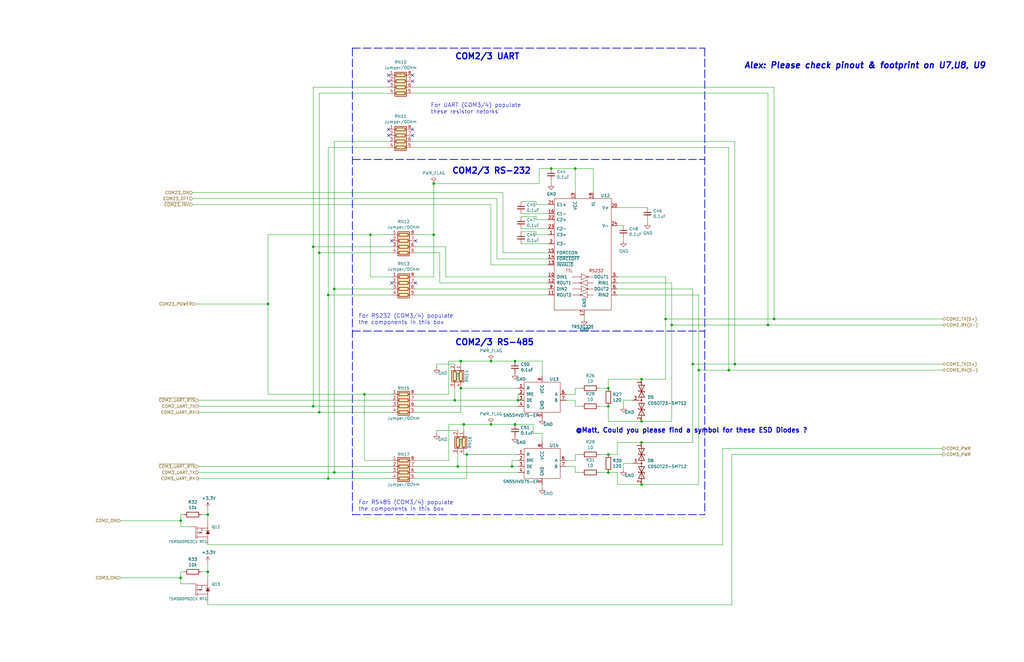
<source format=kicad_sch>
(kicad_sch (version 20211123) (generator eeschema)
  (paper "B")
  (title_block (title "LCP Controller ") (date "2022-12-19") (rev "0.3") (company "NOAA Pacific Marine Environmental Laboratory") (comment 3 "Current design modified by: Basharat Basharat") (comment 4 "Current design by: Matt Casari") (comment 5 "Current design modified by: Basharat Martin"))
  (lib_symbols
    (symbol "Device:C_Small" (pin_numbers hide) (pin_names (offset 0.254) hide)
      (property "Reference" "C" (at 0.254 1.778 0))
      (property "Value" "C_Small" (at 0.254 -2.032 0))
      (symbol "C_Small_0_1"
        (polyline (pts (xy -1.524 -0.508) (xy 1.524 -0.508)) (stroke (width 0.3302)))
        (polyline (pts (xy -1.524 0.508) (xy 1.524 0.508)) (stroke (width 0.3048)))
      )
      (symbol "C_Small_1_1"
        (pin passive line (at 0 2.54 270) (length 2.032) (name "~") (number "1"))
        (pin passive line (at 0 -2.54 90) (length 2.032) (name "~") (number "2"))
      )
    )
    (symbol "Device:D_TVS_Dual_AAC" (pin_names (offset 1.016) hide)
      (property "Reference" "D" (at 0 4.445 0))
      (property "Value" "D_TVS_Dual_AAC" (at 0 2.54 0))
      (symbol "D_TVS_Dual_AAC_0_0"
        (polyline (pts (xy 0 -1.27) (xy 0 0)))
      )
      (symbol "D_TVS_Dual_AAC_0_1"
        (polyline (pts (xy -6.35 0) (xy 6.35 0)))
        (polyline (pts (xy -3.302 1.27) (xy -3.81 1.27) (xy -3.81 -1.27) (xy -4.318 -1.27)) (stroke (width 0.254)))
        (polyline (pts (xy 4.318 1.27) (xy 3.81 1.27) (xy 3.81 -1.27) (xy 3.302 -1.27)) (stroke (width 0.254)))
        (polyline (pts (xy -6.35 1.27) (xy -1.27 -1.27) (xy -1.27 1.27) (xy -6.35 -1.27) (xy -6.35 1.27)) (stroke (width 0.254)))
        (polyline (pts (xy 6.35 1.27) (xy 1.27 -1.27) (xy 1.27 1.27) (xy 6.35 -1.27) (xy 6.35 1.27)) (stroke (width 0.254)))
        (circle (center 0 0) (radius 0.254) (fill (type outline)))
      )
      (symbol "D_TVS_Dual_AAC_1_1"
        (pin passive line (at -8.89 0 0) (length 2.54) (name "A1") (number "1"))
        (pin passive line (at 8.89 0 180) (length 2.54) (name "A2") (number "2"))
        (pin input line (at 0 -3.81 90) (length 2.54) (name "common") (number "3"))
      )
    )
    (symbol "Device:R" (pin_numbers hide) (pin_names (offset 0))
      (property "Reference" "R" (at 2.032 0 90))
      (property "Value" "R" (at 0 0 90))
      (symbol "R_0_1"
        (rectangle (start -1.016 -2.54) (end 1.016 2.54) (stroke (width 0.254)))
      )
      (symbol "R_1_1"
        (pin passive line (at 0 3.81 270) (length 1.27) (name "~") (number "1"))
        (pin passive line (at 0 -3.81 90) (length 1.27) (name "~") (number "2"))
      )
    )
    (symbol "Device:R_Pack02" (pin_names (offset 0) hide)
      (property "Reference" "RN" (at -5.08 0 90))
      (property "Value" "R_Pack02" (at 2.54 0 90))
      (symbol "R_Pack02_0_1"
        (rectangle (start -3.81 -2.413) (end 1.27 2.413) (stroke (width 0.254)) (fill (type background)))
        (rectangle (start -3.175 1.905) (end -1.905 -1.905) (stroke (width 0.254)))
        (rectangle (start -0.635 1.905) (end 0.635 -1.905) (stroke (width 0.254)))
        (polyline (pts (xy -2.54 -2.54) (xy -2.54 -1.905)))
        (polyline (pts (xy -2.54 1.905) (xy -2.54 2.54)))
        (polyline (pts (xy 0 -2.54) (xy 0 -1.905)))
        (polyline (pts (xy 0 1.905) (xy 0 2.54)))
      )
      (symbol "R_Pack02_1_1"
        (pin passive line (at -2.54 -5.08 90) (length 2.54) (name "R1.1") (number "1"))
        (pin passive line (at 0 -5.08 90) (length 2.54) (name "R2.1") (number "2"))
        (pin passive line (at 0 5.08 270) (length 2.54) (name "R2.2") (number "3"))
        (pin passive line (at -2.54 5.08 270) (length 2.54) (name "R1.2") (number "4"))
      )
    )
    (symbol "Device:R_Pack04" (pin_names (offset 0) hide)
      (property "Reference" "RN" (at -7.62 0 90))
      (property "Value" "R_Pack04" (at 5.08 0 90))
      (symbol "R_Pack04_0_1"
        (rectangle (start -6.35 -2.413) (end 3.81 2.413) (stroke (width 0.254)) (fill (type background)))
        (rectangle (start -5.715 1.905) (end -4.445 -1.905) (stroke (width 0.254)))
        (rectangle (start -3.175 1.905) (end -1.905 -1.905) (stroke (width 0.254)))
        (rectangle (start -0.635 1.905) (end 0.635 -1.905) (stroke (width 0.254)))
        (polyline (pts (xy -5.08 -2.54) (xy -5.08 -1.905)))
        (polyline (pts (xy -5.08 1.905) (xy -5.08 2.54)))
        (polyline (pts (xy -2.54 -2.54) (xy -2.54 -1.905)))
        (polyline (pts (xy -2.54 1.905) (xy -2.54 2.54)))
        (polyline (pts (xy 0 -2.54) (xy 0 -1.905)))
        (polyline (pts (xy 0 1.905) (xy 0 2.54)))
        (polyline (pts (xy 2.54 -2.54) (xy 2.54 -1.905)))
        (polyline (pts (xy 2.54 1.905) (xy 2.54 2.54)))
        (rectangle (start 1.905 1.905) (end 3.175 -1.905) (stroke (width 0.254)))
      )
      (symbol "R_Pack04_1_1"
        (pin passive line (at -5.08 -5.08 90) (length 2.54) (name "R1.1") (number "1"))
        (pin passive line (at -2.54 -5.08 90) (length 2.54) (name "R2.1") (number "2"))
        (pin passive line (at 0 -5.08 90) (length 2.54) (name "R3.1") (number "3"))
        (pin passive line (at 2.54 -5.08 90) (length 2.54) (name "R4.1") (number "4"))
        (pin passive line (at 2.54 5.08 270) (length 2.54) (name "R4.2") (number "5"))
        (pin passive line (at 0 5.08 270) (length 2.54) (name "R3.2") (number "6"))
        (pin passive line (at -2.54 5.08 270) (length 2.54) (name "R2.2") (number "7"))
        (pin passive line (at -5.08 5.08 270) (length 2.54) (name "R1.2") (number "8"))
      )
    )
    (symbol "PMEL_DriverICs:SN55HVD75-EP" (pin_names (offset 1.016))
      (property "Reference" "U" (at -6.35 7.62 0))
      (property "Value" "SN55HVD75-EP" (at 8.89 7.62 0))
      (symbol "SN55HVD75-EP_0_0"
        (pin output line (at -10.16 3.81 0) (length 2.54) (name "R") (number "1"))
        (pin input line (at -10.16 1.27 0) (length 2.54) (name "!RE") (number "2"))
        (pin input line (at -10.16 -1.27 0) (length 2.54) (name "DE") (number "3"))
        (pin input line (at -10.16 -3.81 0) (length 2.54) (name "D") (number "4"))
        (pin power_in line (at 0 -8.89 90) (length 2.54) (name "GND") (number "5"))
        (pin bidirectional line (at 10.16 1.27 180) (length 2.54) (name "A") (number "6"))
        (pin bidirectional line (at 10.16 -1.27 180) (length 2.54) (name "B") (number "7"))
        (pin power_in line (at 0 8.89 270) (length 2.54) (name "VCC") (number "8"))
      )
      (symbol "SN55HVD75-EP_0_1"
        (rectangle (start -7.62 6.35) (end 7.62 -6.35))
      )
    )
    (symbol "PMEL_DriverICs:TRS3122E" (pin_names (offset 1.016))
      (property "Reference" "U" (at 8.89 30.48 0))
      (property "Value" "TRS3122E" (at -11.43 30.48 0))
      (symbol "TRS3122E_0_0"
        (text "RS232" (at 5.08 -1.27 0) (effects (font (size 1.27 1.27))))
        (text "TTL" (at -6.35 -1.27 0) (effects (font (size 1.27 1.27))))
        (pin bidirectional line (at -15.24 13.97 0) (length 2.54) (name "C3+") (number "1"))
        (pin input line (at -15.24 -3.81 0) (length 2.54) (name "DIN1") (number "10"))
        (pin output line (at -15.24 -11.43 0) (length 2.54) (name "ROUT2") (number "11"))
        (pin output line (at -15.24 -6.35 0) (length 2.54) (name "ROUT1") (number "12"))
        (pin output line (at -15.24 1.27 0) (length 2.54) (name "~{INVALID}") (number "13"))
        (pin input line (at -15.24 3.81 0) (length 2.54) (name "~{FORCEOFF}") (number "14"))
        (pin input line (at -15.24 6.35 0) (length 2.54) (name "FORCEON") (number "15"))
        (pin bidirectional line (at -15.24 22.86 0) (length 2.54) (name "C1-") (number "16"))
        (pin power_in line (at 0 -20.32 90) (length 2.54) (name "GND") (number "17"))
        (pin power_in line (at 3.81 31.75 270) (length 2.54) (name "VL") (number "18"))
        (pin power_in line (at -3.81 31.75 270) (length 2.54) (name "VCC") (number "19"))
        (pin bidirectional line (at -15.24 10.16 0) (length 2.54) (name "C3-") (number "2"))
        (pin power_out line (at 13.97 25.4 180) (length 2.54) (name "V+") (number "20"))
        (pin bidirectional line (at -15.24 26.67 0) (length 2.54) (name "C1+") (number "21"))
        (pin bidirectional line (at -15.24 20.32 0) (length 2.54) (name "C2+") (number "22"))
        (pin bidirectional line (at -15.24 16.51 0) (length 2.54) (name "C2-") (number "23"))
        (pin power_out line (at 13.97 17.78 180) (length 2.54) (name "V-") (number "24"))
        (pin input line (at 13.97 -6.35 180) (length 2.54) (name "RIN1") (number "3"))
        (pin input line (at 13.97 -11.43 180) (length 2.54) (name "RIN2") (number "4"))
        (pin output line (at 13.97 -3.81 180) (length 2.54) (name "DOUT1") (number "5"))
        (pin output line (at 13.97 -8.89 180) (length 2.54) (name "DOUT2") (number "6"))
        (pin no_connect line (at -8.89 -20.32 90) (length 2.54) hide (name "NC") (number "7"))
        (pin no_connect line (at -6.35 -20.32 90) (length 2.54) hide (name "NC") (number "8"))
        (pin input line (at -15.24 -8.89 0) (length 2.54) (name "DIN2") (number "9"))
      )
      (symbol "TRS3122E_0_1"
        (rectangle (start -12.7 29.21) (end 11.43 -17.78))
        (circle (center -1.524 -6.35) (radius 0.254))
        (polyline (pts (xy -1.27 -6.35) (xy -5.08 -6.35)))
        (polyline (pts (xy 1.27 -3.81) (xy 3.81 -3.81)))
        (polyline (pts (xy -5.08 -3.81) (xy -1.27 -3.81) (xy -1.27 -2.54) (xy 1.27 -3.81) (xy -1.27 -5.08) (xy -1.27 -3.81)))
        (polyline (pts (xy 3.81 -6.35) (xy 1.27 -6.35) (xy 1.27 -5.08) (xy -1.27 -6.35) (xy 1.27 -7.62) (xy 1.27 -6.35)))
        (circle (center 1.397 -3.81) (radius 0.254))
      )
      (symbol "TRS3122E_1_1"
        (circle (center -1.524 -11.43) (radius 0.254))
        (polyline (pts (xy -1.27 -11.43) (xy -5.08 -11.43)))
        (polyline (pts (xy 1.27 -8.89) (xy 3.81 -8.89)))
        (polyline (pts (xy -5.08 -8.89) (xy -1.27 -8.89) (xy -1.27 -7.62) (xy 1.27 -8.89) (xy -1.27 -10.16) (xy -1.27 -8.89)))
        (polyline (pts (xy 3.81 -11.43) (xy 1.27 -11.43) (xy 1.27 -10.16) (xy -1.27 -11.43) (xy 1.27 -12.7) (xy 1.27 -11.43)))
        (circle (center 1.397 -8.89) (radius 0.254))
      )
    )
    (symbol "SparkFun-DiscreteSemi:MOSFET_PCH-DMG2307L" (pin_numbers hide) (pin_names (offset 1.016) hide)
      (property "Reference" "Q" (at 3.81 3.81 0))
      (property "Value" "MOSFET_PCH-DMG2307L" (at 3.81 -5.08 0))
      (property "Field4" "TRANS-11308" (at 0 7.62 0))
      (symbol "MOSFET_PCH-DMG2307L_1_0"
        (polyline (pts (xy -2.54 -2.54) (xy -2.54 2.54)))
        (polyline (pts (xy -1.9812 -1.905) (xy -1.9812 -2.54)))
        (polyline (pts (xy -1.9812 -1.905) (xy 0 -1.905)))
        (polyline (pts (xy -1.9812 -1.2954) (xy -1.9812 -1.905)))
        (polyline (pts (xy -1.9812 0) (xy -1.9812 -0.8382)))
        (polyline (pts (xy -1.9812 0.6858) (xy -1.9812 0)))
        (polyline (pts (xy -1.9812 1.8034) (xy -1.9812 1.0922)))
        (polyline (pts (xy -1.9812 1.8034) (xy 2.54 1.8034)))
        (polyline (pts (xy -1.9812 2.54) (xy -1.9812 1.8034)))
        (polyline (pts (xy 0 -1.905) (xy 0 0)))
        (polyline (pts (xy 0 0) (xy -1.9812 0)))
        (polyline (pts (xy 1.778 -0.762) (xy 1.6002 -0.9398)))
        (polyline (pts (xy 1.778 -0.762) (xy 3.302 -0.762)))
        (polyline (pts (xy 2.54 -2.54) (xy 2.54 -1.905)))
        (polyline (pts (xy 2.54 -1.905) (xy 0 -1.905)))
        (polyline (pts (xy 2.54 -1.905) (xy 2.54 -0.7874)))
        (polyline (pts (xy 2.54 1.8034) (xy 2.54 0.5842)))
        (polyline (pts (xy 2.54 2.54) (xy 2.54 1.8034)))
        (polyline (pts (xy 3.4798 -0.5842) (xy 3.302 -0.762)))
      )
      (symbol "MOSFET_PCH-DMG2307L_1_1"
        (polyline (pts (xy -0.1778 0) (xy -0.9398 -0.254) (xy -0.9398 -0.254) (xy -0.9398 0.254) (xy -0.9398 0.254) (xy -0.1778 0)) (fill (type outline)))
        (polyline (pts (xy 3.302 0.508) (xy 2.54 -0.762) (xy 2.54 -0.762) (xy 1.778 0.508) (xy 1.778 0.508) (xy 3.302 0.508)) (fill (type outline)))
        (pin bidirectional line (at -5.08 -2.54 0) (length 2.54) (name "G") (number "1"))
        (pin bidirectional line (at 2.54 -5.08 90) (length 2.54) (name "S") (number "2"))
        (pin bidirectional line (at 2.54 5.08 270) (length 2.54) (name "D") (number "3"))
      )
    )
    (symbol "power:+3.3V" (power) (pin_names (offset 0))
      (property "Value" "+3.3V" (at 0 3.556 0))
      (symbol "+3.3V_0_1"
        (polyline (pts (xy -0.762 1.27) (xy 0 2.54)))
        (polyline (pts (xy 0 0) (xy 0 2.54)))
        (polyline (pts (xy 0 2.54) (xy 0.762 1.27)))
      )
      (symbol "+3.3V_1_1"
        (pin power_in line (at 0 0 90) (length 0) hide (name "+3.3V") (number "1"))
      )
    )
    (symbol "power:GND" (power) (pin_names (offset 0))
      (property "Value" "GND" (at 0 -3.81 0))
      (symbol "GND_0_1"
        (polyline (pts (xy 0 0) (xy 0 -1.27) (xy 1.27 -1.27) (xy 0 -2.54) (xy -1.27 -1.27) (xy 0 -1.27)))
      )
      (symbol "GND_1_1"
        (pin power_in line (at 0 0 270) (length 0) hide (name "GND") (number "1"))
      )
    )
    (symbol "power:PWR_FLAG" (power) (pin_numbers hide) (pin_names (offset 0) hide)
      (property "Value" "PWR_FLAG" (at 0 3.81 0))
      (symbol "PWR_FLAG_0_0"
        (pin power_out line (at 0 0 90) (length 0) (name "pwr") (number "1"))
      )
      (symbol "PWR_FLAG_0_1"
        (polyline (pts (xy 0 0) (xy 0 1.27) (xy -1.016 1.905) (xy 0 2.54) (xy 1.016 1.905) (xy 0 1.27)))
      )
    )
  )
  (junction (at 194.31 152.4))
  (junction (at 283.21 137.16))
  (junction (at 326.39 134.62))
  (junction (at 242.57 71.12))
  (junction (at 217.17 179.07))
  (junction (at 294.64 156.21))
  (junction (at 138.43 124.46))
  (junction (at 280.67 134.62))
  (junction (at 232.41 71.12))
  (junction (at 87.63 217.17))
  (junction (at 270.51 160.02))
  (junction (at 76.2 243.84))
  (junction (at 217.17 152.4))
  (junction (at 207.01 179.07))
  (junction (at 256.54 199.39))
  (junction (at 292.1 153.67))
  (junction (at 323.85 137.16))
  (junction (at 270.51 186.69))
  (junction (at 132.08 104.14))
  (junction (at 182.88 99.06))
  (junction (at 256.54 191.77))
  (junction (at 256.54 163.83))
  (junction (at 207.01 152.4))
  (junction (at 76.2 219.71))
  (junction (at 138.43 201.93))
  (junction (at 132.08 171.45))
  (junction (at 218.44 168.91))
  (junction (at 113.03 128.27))
  (junction (at 196.85 191.77))
  (junction (at 191.77 168.91))
  (junction (at 256.54 171.45))
  (junction (at 140.97 121.92))
  (junction (at 270.51 204.47))
  (junction (at 140.97 199.39))
  (junction (at 134.62 106.68))
  (junction (at 193.04 196.85))
  (junction (at 195.58 179.07))
  (junction (at 307.34 156.21))
  (junction (at 182.88 77.47))
  (junction (at 87.63 241.3))
  (junction (at 309.88 153.67))
  (junction (at 194.31 163.83))
  (junction (at 153.67 166.37))
  (junction (at 134.62 173.99))
  (junction (at 215.9 196.85))
  (junction (at 270.51 177.8))
  (junction (at 156.21 99.06))
  (no_connect (at 165.1 119.38))
  (no_connect (at 163.83 57.15))
  (no_connect (at 173.99 31.75))
  (no_connect (at 175.26 119.38))
  (no_connect (at 163.83 54.61))
  (no_connect (at 173.99 34.29))
  (no_connect (at 163.83 31.75))
  (no_connect (at 163.83 34.29))
  (no_connect (at 173.99 57.15))
  (no_connect (at 165.1 101.6))
  (no_connect (at 175.26 101.6))
  (no_connect (at 173.99 54.61))
  (wire (pts (xy 153.67 166.37) (xy 153.67 194.31)))
  (wire (pts (xy 175.26 194.31) (xy 189.23 194.31)))
  (wire (pts (xy 134.62 39.37) (xy 163.83 39.37)))
  (wire (pts (xy 242.57 163.83) (xy 245.11 163.83)))
  (wire (pts (xy 283.21 137.16) (xy 323.85 137.16)))
  (wire (pts (xy 182.88 116.84) (xy 182.88 99.06)))
  (wire (pts (xy 270.51 160.02) (xy 280.67 160.02)))
  (wire (pts (xy 323.85 137.16) (xy 397.51 137.16)))
  (wire (pts (xy 219.71 91.44) (xy 226.06 91.44)))
  (wire (pts (xy 262.89 100.33) (xy 262.89 101.6)))
  (wire (pts (xy 182.88 77.47) (xy 227.33 77.47)))
  (wire (pts (xy 280.67 134.62) (xy 280.67 160.02)))
  (wire (pts (xy 242.57 194.31) (xy 242.57 191.77)))
  (wire (pts (xy 184.15 153.67) (xy 184.15 154.94)))
  (wire (pts (xy 307.34 156.21) (xy 397.51 156.21)))
  (wire (pts (xy 242.57 171.45) (xy 245.11 171.45)))
  (wire (pts (xy 207.01 152.4) (xy 217.17 152.4)))
  (wire (pts (xy 191.77 163.83) (xy 191.77 168.91)))
  (wire (pts (xy 50.8 219.71) (xy 76.2 219.71)))
  (wire (pts (xy 246.38 133.35) (xy 246.38 134.62)))
  (wire (pts (xy 260.35 186.69) (xy 270.51 186.69)))
  (wire (pts (xy 256.54 191.77) (xy 260.35 191.77)))
  (wire (pts (xy 260.35 87.63) (xy 273.05 87.63)))
  (wire (pts (xy 309.88 59.69) (xy 309.88 153.67)))
  (wire (pts (xy 175.26 99.06) (xy 182.88 99.06)))
  (wire (pts (xy 309.88 153.67) (xy 292.1 153.67)))
  (wire (pts (xy 175.26 196.85) (xy 193.04 196.85)))
  (wire (pts (xy 323.85 39.37) (xy 323.85 137.16)))
  (wire (pts (xy 294.64 156.21) (xy 294.64 204.47)))
  (wire (pts (xy 134.62 106.68) (xy 134.62 39.37)))
  (wire (pts (xy 270.51 204.47) (xy 294.64 204.47)))
  (wire (pts (xy 219.71 85.09) (xy 226.06 85.09)))
  (wire (pts (xy 140.97 59.69) (xy 163.83 59.69)))
  (wire (pts (xy 193.04 191.77) (xy 193.04 196.85)))
  (wire (pts (xy 217.17 179.07) (xy 224.79 179.07)))
  (wire (pts (xy 283.21 119.38) (xy 283.21 137.16)))
  (polyline (pts (xy 148.59 20.32) (xy 148.59 217.17)) (stroke (width 0.3048)))
  (wire (pts (xy 270.51 186.69) (xy 292.1 186.69)))
  (wire (pts (xy 50.8 243.84) (xy 76.2 243.84)))
  (polyline (pts (xy 148.59 20.32) (xy 297.18 20.32)) (stroke (width 0.3048)))
  (wire (pts (xy 81.28 81.28) (xy 212.09 81.28)))
  (wire (pts (xy 175.26 106.68) (xy 185.42 106.68)))
  (wire (pts (xy 156.21 116.84) (xy 156.21 99.06)))
  (wire (pts (xy 83.82 196.85) (xy 165.1 196.85)))
  (wire (pts (xy 138.43 124.46) (xy 138.43 201.93)))
  (wire (pts (xy 217.17 152.4) (xy 228.6 152.4)))
  (wire (pts (xy 140.97 199.39) (xy 83.82 199.39)))
  (wire (pts (xy 185.42 106.68) (xy 185.42 119.38)))
  (wire (pts (xy 138.43 124.46) (xy 165.1 124.46)))
  (wire (pts (xy 231.14 111.76) (xy 207.01 111.76)))
  (wire (pts (xy 256.54 199.39) (xy 260.35 199.39)))
  (wire (pts (xy 228.6 182.88) (xy 228.6 186.69)))
  (wire (pts (xy 242.57 71.12) (xy 250.19 71.12)))
  (wire (pts (xy 87.63 241.3) (xy 87.63 243.84)))
  (wire (pts (xy 87.63 237.49) (xy 87.63 241.3)))
  (wire (pts (xy 184.15 181.61) (xy 184.15 182.88)))
  (wire (pts (xy 193.04 181.61) (xy 184.15 181.61)))
  (wire (pts (xy 132.08 171.45) (xy 83.82 171.45)))
  (wire (pts (xy 194.31 153.67) (xy 194.31 152.4)))
  (wire (pts (xy 294.64 124.46) (xy 294.64 156.21)))
  (wire (pts (xy 242.57 81.28) (xy 242.57 71.12)))
  (wire (pts (xy 175.26 166.37) (xy 189.23 166.37)))
  (wire (pts (xy 326.39 36.83) (xy 326.39 134.62)))
  (wire (pts (xy 304.8 189.23) (xy 397.51 189.23)))
  (wire (pts (xy 191.77 168.91) (xy 218.44 168.91)))
  (wire (pts (xy 113.03 99.06) (xy 113.03 128.27)))
  (wire (pts (xy 182.88 99.06) (xy 182.88 77.47)))
  (wire (pts (xy 224.79 179.07) (xy 224.79 182.88)))
  (wire (pts (xy 196.85 191.77) (xy 218.44 191.77)))
  (wire (pts (xy 189.23 194.31) (xy 189.23 179.07)))
  (wire (pts (xy 207.01 179.07) (xy 217.17 179.07)))
  (wire (pts (xy 140.97 121.92) (xy 140.97 199.39)))
  (wire (pts (xy 228.6 152.4) (xy 228.6 158.75)))
  (wire (pts (xy 307.34 62.23) (xy 307.34 156.21)))
  (wire (pts (xy 140.97 121.92) (xy 165.1 121.92)))
  (wire (pts (xy 231.14 90.17) (xy 219.71 90.17)))
  (wire (pts (xy 138.43 62.23) (xy 163.83 62.23)))
  (wire (pts (xy 196.85 201.93) (xy 196.85 191.77)))
  (wire (pts (xy 185.42 119.38) (xy 231.14 119.38)))
  (wire (pts (xy 76.2 243.84) (xy 76.2 246.38)))
  (wire (pts (xy 309.88 153.67) (xy 397.51 153.67)))
  (wire (pts (xy 242.57 166.37) (xy 242.57 163.83)))
  (wire (pts (xy 132.08 36.83) (xy 132.08 104.14)))
  (wire (pts (xy 83.82 168.91) (xy 165.1 168.91)))
  (wire (pts (xy 219.71 97.79) (xy 226.06 97.79)))
  (wire (pts (xy 226.06 99.06) (xy 231.14 99.06)))
  (wire (pts (xy 266.7 168.91) (xy 262.89 168.91)))
  (wire (pts (xy 209.55 109.22) (xy 231.14 109.22)))
  (wire (pts (xy 195.58 181.61) (xy 195.58 179.07)))
  (wire (pts (xy 260.35 124.46) (xy 294.64 124.46)))
  (wire (pts (xy 262.89 171.45) (xy 262.89 168.91)))
  (wire (pts (xy 260.35 204.47) (xy 270.51 204.47)))
  (wire (pts (xy 250.19 71.12) (xy 250.19 81.28)))
  (wire (pts (xy 242.57 168.91) (xy 242.57 171.45)))
  (wire (pts (xy 173.99 59.69) (xy 309.88 59.69)))
  (wire (pts (xy 260.35 116.84) (xy 280.67 116.84)))
  (wire (pts (xy 256.54 171.45) (xy 256.54 177.8)))
  (wire (pts (xy 81.28 83.82) (xy 209.55 83.82)))
  (wire (pts (xy 175.26 168.91) (xy 191.77 168.91)))
  (wire (pts (xy 165.1 104.14) (xy 132.08 104.14)))
  (wire (pts (xy 196.85 191.77) (xy 195.58 191.77)))
  (wire (pts (xy 218.44 194.31) (xy 215.9 194.31)))
  (wire (pts (xy 81.28 86.36) (xy 207.01 86.36)))
  (wire (pts (xy 173.99 36.83) (xy 326.39 36.83)))
  (wire (pts (xy 260.35 119.38) (xy 283.21 119.38)))
  (wire (pts (xy 85.09 217.17) (xy 87.63 217.17)))
  (wire (pts (xy 80.01 246.38) (xy 76.2 246.38)))
  (wire (pts (xy 252.73 199.39) (xy 256.54 199.39)))
  (wire (pts (xy 193.04 196.85) (xy 215.9 196.85)))
  (wire (pts (xy 76.2 217.17) (xy 76.2 219.71)))
  (wire (pts (xy 194.31 163.83) (xy 194.31 173.99)))
  (wire (pts (xy 292.1 153.67) (xy 292.1 186.69)))
  (wire (pts (xy 132.08 36.83) (xy 163.83 36.83)))
  (wire (pts (xy 209.55 83.82) (xy 209.55 109.22)))
  (wire (pts (xy 242.57 71.12) (xy 232.41 71.12)))
  (wire (pts (xy 231.14 106.68) (xy 212.09 106.68)))
  (wire (pts (xy 226.06 85.09) (xy 226.06 86.36)))
  (wire (pts (xy 175.26 199.39) (xy 218.44 199.39)))
  (wire (pts (xy 134.62 106.68) (xy 134.62 173.99)))
  (wire (pts (xy 242.57 196.85) (xy 242.57 199.39)))
  (polyline (pts (xy 148.59 217.17) (xy 297.18 217.17)) (stroke (width 0.3048)))
  (wire (pts (xy 326.39 134.62) (xy 397.51 134.62)))
  (wire (pts (xy 173.99 62.23) (xy 307.34 62.23)))
  (wire (pts (xy 232.41 77.47) (xy 232.41 76.2)))
  (polyline (pts (xy 148.59 139.7) (xy 297.18 139.7)) (stroke (width 0.3048)))
  (wire (pts (xy 85.09 241.3) (xy 87.63 241.3)))
  (wire (pts (xy 132.08 104.14) (xy 132.08 171.45)))
  (wire (pts (xy 226.06 92.71) (xy 231.14 92.71)))
  (wire (pts (xy 228.6 204.47) (xy 228.6 205.74)))
  (wire (pts (xy 175.26 171.45) (xy 218.44 171.45)))
  (wire (pts (xy 138.43 62.23) (xy 138.43 124.46)))
  (wire (pts (xy 83.82 173.99) (xy 134.62 173.99)))
  (wire (pts (xy 189.23 179.07) (xy 195.58 179.07)))
  (wire (pts (xy 173.99 39.37) (xy 323.85 39.37)))
  (wire (pts (xy 87.63 254) (xy 87.63 255.27)))
  (wire (pts (xy 134.62 106.68) (xy 165.1 106.68)))
  (wire (pts (xy 215.9 196.85) (xy 218.44 196.85)))
  (wire (pts (xy 187.96 104.14) (xy 187.96 116.84)))
  (wire (pts (xy 219.71 102.87) (xy 231.14 102.87)))
  (wire (pts (xy 156.21 99.06) (xy 113.03 99.06)))
  (wire (pts (xy 238.76 194.31) (xy 242.57 194.31)))
  (wire (pts (xy 212.09 81.28) (xy 212.09 106.68)))
  (wire (pts (xy 113.03 166.37) (xy 153.67 166.37)))
  (wire (pts (xy 280.67 134.62) (xy 326.39 134.62)))
  (wire (pts (xy 242.57 191.77) (xy 245.11 191.77)))
  (wire (pts (xy 226.06 91.44) (xy 226.06 92.71)))
  (wire (pts (xy 175.26 173.99) (xy 194.31 173.99)))
  (wire (pts (xy 165.1 199.39) (xy 140.97 199.39)))
  (wire (pts (xy 207.01 86.36) (xy 207.01 111.76)))
  (wire (pts (xy 87.63 214.63) (xy 87.63 217.17)))
  (wire (pts (xy 153.67 194.31) (xy 165.1 194.31)))
  (wire (pts (xy 260.35 199.39) (xy 260.35 204.47)))
  (wire (pts (xy 226.06 86.36) (xy 231.14 86.36)))
  (wire (pts (xy 260.35 121.92) (xy 292.1 121.92)))
  (wire (pts (xy 165.1 166.37) (xy 153.67 166.37)))
  (wire (pts (xy 113.03 128.27) (xy 113.03 166.37)))
  (wire (pts (xy 270.51 177.8) (xy 283.21 177.8)))
  (wire (pts (xy 83.82 201.93) (xy 138.43 201.93)))
  (wire (pts (xy 226.06 97.79) (xy 226.06 99.06)))
  (wire (pts (xy 165.1 171.45) (xy 132.08 171.45)))
  (polyline (pts (xy 148.59 67.31) (xy 297.18 67.31)) (stroke (width 0.3048)))
  (wire (pts (xy 194.31 163.83) (xy 218.44 163.83)))
  (polyline (pts (xy 297.18 20.32) (xy 297.18 217.17)) (stroke (width 0.3048)))
  (wire (pts (xy 76.2 219.71) (xy 76.2 222.25)))
  (wire (pts (xy 260.35 95.25) (xy 262.89 95.25)))
  (wire (pts (xy 227.33 71.12) (xy 227.33 77.47)))
  (wire (pts (xy 260.35 191.77) (xy 260.35 186.69)))
  (wire (pts (xy 194.31 152.4) (xy 207.01 152.4)))
  (wire (pts (xy 283.21 137.16) (xy 283.21 177.8)))
  (wire (pts (xy 175.26 121.92) (xy 231.14 121.92)))
  (wire (pts (xy 308.61 191.77) (xy 397.51 191.77)))
  (wire (pts (xy 256.54 160.02) (xy 270.51 160.02)))
  (wire (pts (xy 292.1 121.92) (xy 292.1 153.67)))
  (wire (pts (xy 140.97 59.69) (xy 140.97 121.92)))
  (wire (pts (xy 308.61 255.27) (xy 308.61 191.77)))
  (wire (pts (xy 280.67 116.84) (xy 280.67 134.62)))
  (wire (pts (xy 215.9 194.31) (xy 215.9 196.85)))
  (wire (pts (xy 262.89 195.58) (xy 262.89 198.12)))
  (wire (pts (xy 252.73 191.77) (xy 256.54 191.77)))
  (wire (pts (xy 232.41 71.12) (xy 227.33 71.12)))
  (wire (pts (xy 76.2 217.17) (xy 77.47 217.17)))
  (wire (pts (xy 273.05 92.71) (xy 273.05 93.98)))
  (wire (pts (xy 256.54 163.83) (xy 256.54 160.02)))
  (wire (pts (xy 76.2 241.3) (xy 76.2 243.84)))
  (wire (pts (xy 165.1 99.06) (xy 156.21 99.06)))
  (wire (pts (xy 294.64 156.21) (xy 307.34 156.21)))
  (wire (pts (xy 87.63 217.17) (xy 87.63 219.71)))
  (wire (pts (xy 195.58 179.07) (xy 207.01 179.07)))
  (wire (pts (xy 76.2 241.3) (xy 77.47 241.3)))
  (wire (pts (xy 252.73 163.83) (xy 256.54 163.83)))
  (wire (pts (xy 242.57 199.39) (xy 245.11 199.39)))
  (wire (pts (xy 165.1 201.93) (xy 138.43 201.93)))
  (wire (pts (xy 238.76 168.91) (xy 242.57 168.91)))
  (wire (pts (xy 304.8 229.87) (xy 304.8 189.23)))
  (wire (pts (xy 87.63 229.87) (xy 304.8 229.87)))
  (wire (pts (xy 224.79 182.88) (xy 228.6 182.88)))
  (wire (pts (xy 238.76 196.85) (xy 242.57 196.85)))
  (wire (pts (xy 256.54 177.8) (xy 270.51 177.8)))
  (wire (pts (xy 175.26 116.84) (xy 182.88 116.84)))
  (wire (pts (xy 189.23 152.4) (xy 194.31 152.4)))
  (wire (pts (xy 165.1 116.84) (xy 156.21 116.84)))
  (wire (pts (xy 266.7 195.58) (xy 262.89 195.58)))
  (wire (pts (xy 165.1 173.99) (xy 134.62 173.99)))
  (wire (pts (xy 252.73 171.45) (xy 256.54 171.45)))
  (wire (pts (xy 218.44 168.91) (xy 218.44 166.37)))
  (wire (pts (xy 80.01 222.25) (xy 76.2 222.25)))
  (wire (pts (xy 175.26 201.93) (xy 196.85 201.93)))
  (wire (pts (xy 82.55 128.27) (xy 113.03 128.27)))
  (wire (pts (xy 187.96 116.84) (xy 231.14 116.84)))
  (wire (pts (xy 87.63 255.27) (xy 308.61 255.27)))
  (wire (pts (xy 189.23 166.37) (xy 189.23 152.4)))
  (wire (pts (xy 175.26 124.46) (xy 231.14 124.46)))
  (wire (pts (xy 175.26 104.14) (xy 187.96 104.14)))
  (wire (pts (xy 238.76 166.37) (xy 242.57 166.37)))
  (wire (pts (xy 219.71 96.52) (xy 231.14 96.52)))
  (wire (pts (xy 191.77 153.67) (xy 184.15 153.67)))
  (text "For UART (COM3/4) populate \nthese resistor netorks " (at 181.61 48.26 0) (effects (font (size 1.7018 1.7018)) (justify left bottom)))
  (text "Alex: Please check pinout & footprint on U7,U8, U9\n" (at 313.69 29.21 0) (effects (font (size 2.54 2.54) (thickness 0.508) bold italic) (justify left bottom)))
  (text "For RS485 (COM3/4) populate \nthe components in this box" (at 151.13 215.9 0) (effects (font (size 1.7018 1.7018)) (justify left bottom)))
  (text "COM2/3 RS-485" (at 191.77 146.05 0) (effects (font (size 2.54 2.54) (thickness 0.508) bold) (justify left bottom)))
  (text "COM2/3 UART" (at 191.77 25.4 0) (effects (font (size 2.54 2.54) (thickness 0.508) bold) (justify left bottom)))
  (text "COM2/3 RS-232" (at 190.5 73.66 0) (effects (font (size 2.54 2.54) (thickness 0.508) bold) (justify left bottom)))
  (text "@Matt, Could you please find a symbol for these ESD Diodes ? " (at 242.57 182.88 0) (effects (font (size 2 2) (thickness 0.4) bold) (justify left bottom)))
  (text "For RS232 (COM3/4) populate \nthe components in this box" (at 151.13 137.16 0) (effects (font (size 1.7018 1.7018)) (justify left bottom)))
  (hierarchical_label "COM3_TX(D+)" (shape bidirectional) (at 397.51 153.67 0))
  (hierarchical_label "COM3_UART_TX" (shape input) (at 83.82 199.39 180))
  (hierarchical_label "COM3_ON" (shape input) (at 50.8 243.84 180))
  (hierarchical_label "COM2_UART_RX" (shape output) (at 83.82 173.99 180))
  (hierarchical_label "COM2_ON" (shape input) (at 50.8 219.71 180))
  (hierarchical_label "~{COM23_INV}" (shape input) (at 81.28 86.36 180))
  (hierarchical_label "COM3_PWR" (shape output) (at 397.51 191.77 0))
  (hierarchical_label "COM23_OFF" (shape input) (at 81.28 83.82 180))
  (hierarchical_label "COM3_RX(D-)" (shape bidirectional) (at 397.51 156.21 0))
  (hierarchical_label "COM3_UART_RX" (shape output) (at 83.82 201.93 180))
  (hierarchical_label "COM2_RX(D-)" (shape bidirectional) (at 397.51 137.16 0))
  (hierarchical_label "COM23_POWER" (shape input) (at 82.55 128.27 180))
  (hierarchical_label "~{COM2_UART_RTS}" (shape input) (at 83.82 168.91 180))
  (hierarchical_label "~{COM3_UART_RTS}" (shape input) (at 83.82 196.85 180))
  (hierarchical_label "COM2_PWR" (shape output) (at 397.51 189.23 0))
  (hierarchical_label "COM23_ON" (shape input) (at 81.28 81.28 180))
  (hierarchical_label "COM2_UART_TX" (shape input) (at 83.82 171.45 180))
  (hierarchical_label "COM2_TX(D+)" (shape bidirectional) (at 397.51 134.62 0))
  (symbol (lib_id "power:PWR_FLAG") (at 207.01 152.4 0) (unit 1)
    (property "Reference" "#FLG014" (effects hide))
    (property "Value" "PWR_FLAG" (at 207.01 148.0058 0))
  )
  (symbol (lib_id "power:PWR_FLAG") (at 207.01 179.07 0) (unit 1)
    (property "Reference" "#FLG015" (effects hide))
    (property "Value" "PWR_FLAG" (at 207.01 174.6758 0))
  )
  (symbol (lib_id "power:PWR_FLAG") (at 182.88 77.47 0) (unit 1)
    (property "Reference" "#FLG013" (effects hide))
    (property "Value" "PWR_FLAG" (at 182.88 73.0758 0))
  )
  (symbol (lib_id "Device:R_Pack04") (at 168.91 59.69 270) (unit 1)
    (property "Reference" "RN11" (at 168.91 49.0982 90))
    (property "Value" "Jumper/0Ohm" (at 168.91 51.4096 90))
    (property "Footprint" "Resistor_SMD:R_Array_Concave_4x0402" (effects hide))
    (property "MPN" "YC124-JR-070RL" (effects hide))
  )
  (symbol (lib_id "Device:R_Pack04") (at 168.91 36.83 270) (unit 1)
    (property "Reference" "RN10" (at 168.91 26.2382 90))
    (property "Value" "Jumper/0Ohm" (at 168.91 28.5496 90))
    (property "Footprint" "Resistor_SMD:R_Array_Concave_4x0402" (effects hide))
    (property "MPN" "YC124-JR-070RL" (effects hide))
  )
  (symbol (lib_id "PMEL_DriverICs:SN55HVD75-EP") (at 228.6 195.58 0) (unit 1)
    (property "Reference" "U14" (at 233.68 187.96 0))
    (property "Value" "SN55HVD75-EP" (at 219.71 203.2 0))
    (property "Footprint" "Package_SON:Texas_S-PVSON-N8" (effects hide))
    (property "Datasheet" "http://www.ti.com/lit/ds/symlink/sn55hvd75-ep.pdf?ts=1590698329284" (effects hide))
    (property "MPN" "SN55HVD75DRBREP" (effects hide))
  )
  (symbol (lib_id "Device:C_Small") (at 217.17 181.61 0) (unit 1)
    (property "Reference" "C51" (at 219.5068 180.4416 0) (effects (justify left)))
    (property "Value" "0.1uF" (at 219.5068 182.753 0) (effects (justify left)))
    (property "Footprint" "Capacitor_SMD:C_0805_2012Metric" (effects hide))
    (property "MPN" "885012207016" (effects hide))
  )
  (symbol (lib_id "power:GND") (at 217.17 184.15 0) (unit 1)
    (property "Reference" "#PWR098" (effects hide))
    (property "Value" "GND" (at 219.71 186.69 0))
  )
  (symbol (lib_id "power:GND") (at 228.6 176.53 0) (unit 1)
    (property "Reference" "#PWR096" (effects hide))
    (property "Value" "GND" (at 231.14 179.07 0))
  )
  (symbol (lib_id "power:GND") (at 228.6 205.74 0) (unit 1)
    (property "Reference" "#PWR0100" (effects hide))
    (property "Value" "GND" (at 231.14 208.28 0))
  )
  (symbol (lib_id "power:GND") (at 262.89 171.45 0) (unit 1)
    (property "Reference" "#PWR095" (effects hide))
    (property "Value" "GND" (at 265.43 173.99 0))
  )
  (symbol (lib_id "power:GND") (at 262.89 198.12 0) (unit 1)
    (property "Reference" "#PWR099" (effects hide))
    (property "Value" "GND" (at 265.43 200.66 0))
  )
  (symbol (lib_id "power:GND") (at 217.17 157.48 0) (unit 1)
    (property "Reference" "#PWR094" (effects hide))
    (property "Value" "GND" (at 219.71 160.02 0))
  )
  (symbol (lib_id "Device:C_Small") (at 217.17 154.94 0) (unit 1)
    (property "Reference" "C50" (at 219.5068 153.7716 0) (effects (justify left)))
    (property "Value" "0.1uF" (at 219.5068 156.083 0) (effects (justify left)))
    (property "Footprint" "Capacitor_SMD:C_0805_2012Metric" (effects hide))
    (property "MPN" "885012207016" (effects hide))
  )
  (symbol (lib_id "Device:R_Pack04") (at 170.18 104.14 270) (unit 1)
    (property "Reference" "RN12" (at 170.18 93.5482 90))
    (property "Value" "Jumper/0Ohm" (at 170.18 95.8596 90))
    (property "Footprint" "Resistor_SMD:R_Array_Concave_4x0402" (effects hide))
    (property "MPN" "YC124-JR-070RL" (effects hide))
  )
  (symbol (lib_id "power:GND") (at 273.05 93.98 0) (unit 1)
    (property "Reference" "#PWR090" (effects hide))
    (property "Value" "GND" (at 273.177 98.3742 0))
  )
  (symbol (lib_id "power:GND") (at 262.89 101.6 0) (unit 1)
    (property "Reference" "#PWR091" (effects hide))
    (property "Value" "GND" (at 263.017 105.9942 0))
  )
  (symbol (lib_id "power:GND") (at 246.38 134.62 0) (unit 1)
    (property "Reference" "#PWR092" (effects hide))
    (property "Value" "GND" (at 246.507 139.0142 0))
  )
  (symbol (lib_id "power:GND") (at 232.41 77.47 0) (unit 1)
    (property "Reference" "#PWR089" (effects hide))
    (property "Value" "GND" (at 232.537 81.8642 0))
  )
  (symbol (lib_id "Device:C_Small") (at 262.89 97.79 0) (unit 1)
    (property "Reference" "C48" (at 265.2268 96.6216 0) (effects (justify left)))
    (property "Value" "0.1uF" (at 265.2268 98.933 0) (effects (justify left)))
    (property "Footprint" "Capacitor_SMD:C_0805_2012Metric" (effects hide))
    (property "MPN" "885012207016" (effects hide))
  )
  (symbol (lib_id "Device:C_Small") (at 273.05 90.17 0) (unit 1)
    (property "Reference" "C46" (at 275.3868 89.0016 0) (effects (justify left)))
    (property "Value" "0.1uF" (at 275.3868 91.313 0) (effects (justify left)))
    (property "Footprint" "Capacitor_SMD:C_0805_2012Metric" (effects hide))
    (property "MPN" "885012207016" (effects hide))
  )
  (symbol (lib_id "Device:C_Small") (at 232.41 73.66 0) (unit 1)
    (property "Reference" "C44" (at 234.7468 72.4916 0) (effects (justify left)))
    (property "Value" "0.1uF" (at 234.7468 74.803 0) (effects (justify left)))
    (property "Footprint" "Capacitor_SMD:C_0805_2012Metric" (effects hide))
    (property "MPN" "885012207016" (effects hide))
  )
  (symbol (lib_id "Device:C_Small") (at 219.71 100.33 0) (unit 1)
    (property "Reference" "C49" (at 222.0468 99.1616 0) (effects (justify left)))
    (property "Value" "0.1uF" (at 222.0468 101.473 0) (effects (justify left)))
    (property "Footprint" "Capacitor_SMD:C_0805_2012Metric" (effects hide))
    (property "MPN" "885012207016" (effects hide))
  )
  (symbol (lib_id "Device:C_Small") (at 219.71 93.98 0) (unit 1)
    (property "Reference" "C47" (at 222.0468 92.8116 0) (effects (justify left)))
    (property "Value" "0.1uF" (at 222.0468 95.123 0) (effects (justify left)))
    (property "Footprint" "Capacitor_SMD:C_0805_2012Metric" (effects hide))
    (property "MPN" "885012207016" (effects hide))
  )
  (symbol (lib_id "Device:C_Small") (at 219.71 87.63 0) (unit 1)
    (property "Reference" "C45" (at 222.0468 86.4616 0) (effects (justify left)))
    (property "Value" "0.1uF" (at 222.0468 88.773 0) (effects (justify left)))
    (property "Footprint" "Capacitor_SMD:C_0805_2012Metric" (effects hide))
    (property "MPN" "885012207016" (effects hide))
  )
  (symbol (lib_id "PMEL_DriverICs:SN55HVD75-EP") (at 228.6 167.64 0) (unit 1)
    (property "Reference" "U13" (at 233.68 160.02 0))
    (property "Value" "SN55HVD75-EP" (at 219.71 175.26 0))
    (property "Footprint" "Package_SON:Texas_S-PVSON-N8" (effects hide))
    (property "Datasheet" "http://www.ti.com/lit/ds/symlink/sn55hvd75-ep.pdf?ts=1590698329284" (effects hide))
    (property "MPN" "SN55HVD75DRBREP" (effects hide))
  )
  (symbol (lib_id "Device:R_Pack04") (at 170.18 121.92 270) (unit 1)
    (property "Reference" "RN13" (at 170.18 111.3282 90))
    (property "Value" "Jumper/0Ohm" (at 170.18 113.6396 90))
    (property "Footprint" "Resistor_SMD:R_Array_Concave_4x0402" (effects hide))
    (property "MPN" "YC124-JR-070RL" (effects hide))
  )
  (symbol (lib_id "Device:R_Pack04") (at 170.18 171.45 270) (unit 1)
    (property "Reference" "RN15" (at 170.18 163.83 90))
    (property "Value" "Jumper/0Ohm" (at 170.18 176.53 90))
    (property "Footprint" "Resistor_SMD:R_Array_Concave_4x0402" (effects hide))
    (property "MPN" "YC124-JR-070RL" (effects hide))
  )
  (symbol (lib_id "Device:R_Pack04") (at 170.18 199.39 270) (unit 1)
    (property "Reference" "RN17" (at 170.18 191.77 90))
    (property "Value" "Jumper/0Ohm" (at 170.18 204.47 90))
    (property "Footprint" "Resistor_SMD:R_Array_Concave_4x0402" (effects hide))
    (property "MPN" "YC124-JR-070RL" (effects hide))
  )
  (symbol (lib_id "Device:R") (at 248.92 171.45 270) (unit 1)
    (property "Reference" "R28" (at 248.92 166.1922 90))
    (property "Value" "10" (at 248.92 168.5036 90))
    (property "Footprint" "Resistor_SMD:R_0603_1608Metric" (effects hide))
    (property "MPN" "CRCW060310R0FKEAHP" (effects hide))
  )
  (symbol (lib_id "Device:R") (at 248.92 191.77 270) (unit 1)
    (property "Reference" "R29" (at 248.92 186.5122 90))
    (property "Value" "10" (at 248.92 188.8236 90))
    (property "Footprint" "Resistor_SMD:R_0603_1608Metric" (effects hide))
    (property "MPN" "CRCW060310R0FKEAHP" (effects hide))
  )
  (symbol (lib_id "Device:R") (at 248.92 199.39 270) (unit 1)
    (property "Reference" "R31" (at 248.92 194.1322 90))
    (property "Value" "10" (at 248.92 196.4436 90))
    (property "Footprint" "Resistor_SMD:R_0603_1608Metric" (effects hide))
    (property "MPN" "CRCW060310R0FKEAHP" (effects hide))
  )
  (symbol (lib_id "Device:R") (at 248.92 163.83 270) (unit 1)
    (property "Reference" "R26" (at 248.92 158.5722 90))
    (property "Value" "10" (at 248.92 160.8836 90))
    (property "Footprint" "Resistor_SMD:R_0603_1608Metric" (effects hide))
    (property "MPN" "CRCW060310R0FKEAHP" (effects hide))
  )
  (symbol (lib_id "Device:R") (at 256.54 195.58 180) (unit 1)
    (property "Reference" "R30" (at 258.318 194.4116 0) (effects (justify right)))
    (property "Value" "120" (at 258.318 196.723 0) (effects (justify right)))
    (property "Footprint" "Resistor_SMD:R_0603_1608Metric" (effects hide))
    (property "MPN" "CRCW0603120RFKEAHP" (effects hide))
  )
  (symbol (lib_id "Device:R") (at 256.54 167.64 180) (unit 1)
    (property "Reference" "R27" (at 258.318 166.4716 0) (effects (justify right)))
    (property "Value" "120" (at 258.318 168.783 0) (effects (justify right)))
    (property "Footprint" "Resistor_SMD:R_0603_1608Metric" (effects hide))
    (property "MPN" "CRCW0603120RFKEAHP" (effects hide))
  )
  (symbol (lib_id "PMEL_DriverICs:TRS3122E") (at 246.38 113.03 0) (unit 1)
    (property "Reference" "U12" (at 255.27 82.55 0))
    (property "Value" "TRS3122E" (at 245.745 137.922 0))
    (property "Footprint" "Package_DFN_QFN:Texas_RGE0024H_EP2.7x2.7mm_ThermalVias" (effects hide))
    (property "Datasheet" "https://www.ti.com/lit/ds/symlink/trs3122e.pdf?ts=1591021643258" (effects hide))
    (property "MPN" "TRS3122ERGET" (effects hide))
  )
  (symbol (lib_id "Device:R_Pack02") (at 191.77 158.75 180) (unit 1)
    (property "Reference" "RN14" (at 196.85 158.75 90))
    (property "Value" "10k" (at 193.04 158.75 90))
    (property "Footprint" "Resistor_SMD:R_Array_Concave_2x0603" (effects hide))
    (property "MPN" "EXB-V4V103JV" (effects hide))
  )
  (symbol (lib_id "power:GND") (at 184.15 154.94 0) (unit 1)
    (property "Reference" "#PWR093" (effects hide))
    (property "Value" "GND" (at 186.69 157.48 0))
  )
  (symbol (lib_id "Device:R_Pack02") (at 193.04 186.69 180) (unit 1)
    (property "Reference" "RN16" (at 198.12 186.69 90))
    (property "Value" "10k" (at 194.31 186.69 90))
    (property "Footprint" "Resistor_SMD:R_Array_Concave_2x0603" (effects hide))
    (property "MPN" "EXB-V4V103JV" (effects hide))
  )
  (symbol (lib_id "power:GND") (at 184.15 182.88 0) (unit 1)
    (property "Reference" "#PWR097" (effects hide))
    (property "Value" "GND" (at 186.69 185.42 0))
  )
  (symbol (lib_id "SparkFun-DiscreteSemi:MOSFET_PCH-DMG2307L") (at 85.09 224.79 0) (mirror x) (unit 1)
    (property "Reference" "Q12" (at 89.281 222.377 0) (effects (font (size 1.143 1.143)) (justify left)))
    (property "Value" "TSM500P02CX RFG " (at 71.12 228.6 0) (effects (font (size 1.143 1.143)) (justify left)))
    (property "Footprint" "Package_TO_SOT_SMD:SOT-23" (effects hide))
    (property "Datasheet" "https://www.mouser.com/datasheet/2/395/TSM500P02CX_B1811-1918968.pdf" (effects hide))
    (property "Field4" "TRANS-11308" (effects hide))
    (property "MPN" "TSM500P02CX RFG " (effects hide))
  )
  (symbol (lib_id "power:+3.3V") (at 87.63 214.63 0) (unit 1)
    (property "Reference" "#PWR0101" (effects hide))
    (property "Value" "+3.3V" (at 88.011 210.2358 0))
  )
  (symbol (lib_id "Device:R") (at 81.28 217.17 270) (unit 1)
    (property "Reference" "R32" (at 81.28 211.9122 90))
    (property "Value" "10k" (at 81.28 214.2236 90))
    (property "Footprint" "Resistor_SMD:R_0805_2012Metric" (effects hide))
    (property "MPN" "ERA-6AEB103V" (effects hide))
  )
  (symbol (lib_id "SparkFun-DiscreteSemi:MOSFET_PCH-DMG2307L") (at 85.09 248.92 0) (mirror x) (unit 1)
    (property "Reference" "Q13" (at 89.281 246.507 0) (effects (font (size 1.143 1.143)) (justify left)))
    (property "Value" "TSM500P02CX RFG " (at 71.12 252.73 0) (effects (font (size 1.143 1.143)) (justify left)))
    (property "Footprint" "Package_TO_SOT_SMD:SOT-23" (effects hide))
    (property "Datasheet" "https://www.mouser.com/datasheet/2/395/TSM500P02CX_B1811-1918968.pdf" (effects hide))
    (property "Field4" "TRANS-11308" (effects hide))
    (property "MPN" "TSM500P02CX RFG " (effects hide))
  )
  (symbol (lib_id "power:+3.3V") (at 87.63 237.49 0) (unit 1)
    (property "Reference" "#PWR0102" (effects hide))
    (property "Value" "+3.3V" (at 88.011 233.0958 0))
  )
  (symbol (lib_id "Device:R") (at 81.28 241.3 270) (unit 1)
    (property "Reference" "R33" (at 81.28 236.0422 90))
    (property "Value" "10k" (at 81.28 238.3536 90))
    (property "Footprint" "Resistor_SMD:R_0805_2012Metric" (effects hide))
    (property "MPN" "ERA-6AEB103V" (effects hide))
  )
  (symbol (lib_id "Device:D_TVS_Dual_AAC") (at 270.51 195.58 270) (unit 1)
    (property "Reference" "D6" (at 273.05 194.3099 90) (effects (justify left)))
    (property "Value" "CDSOT23-SM712" (at 273.05 196.8499 90) (effects (justify left)))
    (property "Footprint" "Package_TO_SOT_SMD:SOT-23" (effects hide))
    (property "MPN" "CDSOT23-SM712" (effects hide))
  )
  (symbol (lib_id "Device:D_TVS_Dual_AAC") (at 270.51 168.91 270) (unit 1)
    (property "Reference" "D5" (at 273.05 167.6399 90) (effects (justify left)))
    (property "Value" "CDSOT23-SM712" (at 273.05 170.1799 90) (effects (justify left)))
    (property "Footprint" "Package_TO_SOT_SMD:SOT-23" (effects hide))
    (property "MPN" "CDSOT23-SM712" (effects hide))
  )
)
</source>
